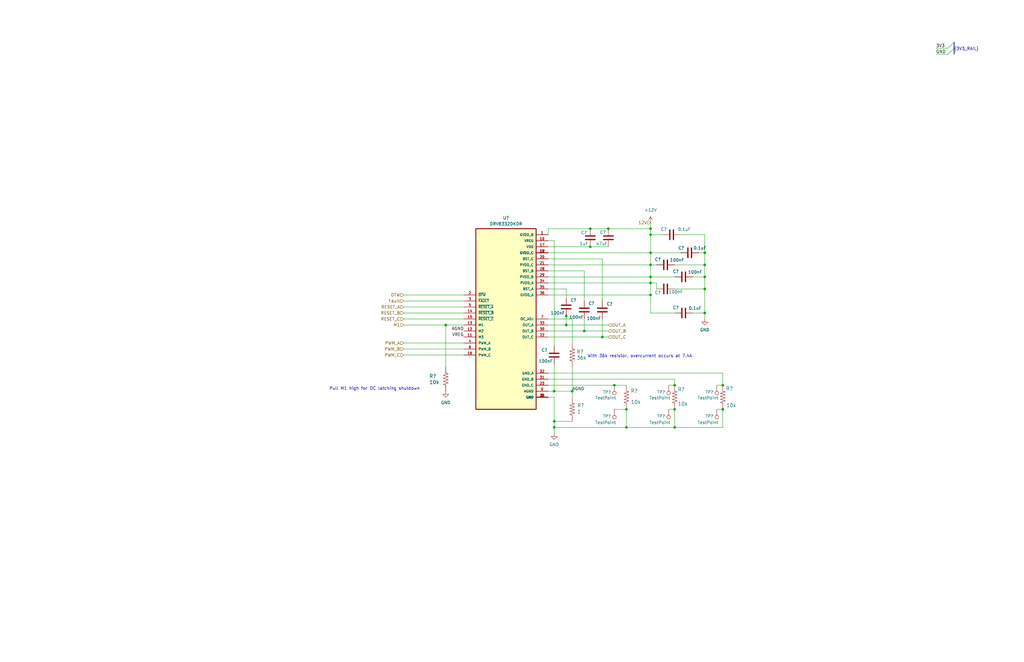
<source format=kicad_sch>
(kicad_sch (version 20230121) (generator eeschema)
  (paper "USLedger")
  (lib_symbols
    (symbol "Connector:TestPoint" (pin_numbers hide) (pin_names (offset 0.762) hide)
      (property "Reference" "TP" (at 0 6.858 0))
      (property "Value" "TestPoint" (at 0 5.08 0))
      (symbol "TestPoint_0_1"
        (circle (center 0 3.302) (radius 0.762))
      )
      (symbol "TestPoint_1_1"
        (pin passive line (at 0 0 90) (length 2.54) (name "1") (number "1"))
      )
    )
    (symbol "Device:C" (pin_numbers hide) (pin_names (offset 0.254))
      (property "Reference" "C" (at 0.635 2.54 0))
      (property "Value" "C" (at 0.635 -2.54 0))
      (symbol "C_0_1"
        (polyline (pts (xy -2.032 -0.762) (xy 2.032 -0.762)) (stroke (width 0.508)))
        (polyline (pts (xy -2.032 0.762) (xy 2.032 0.762)) (stroke (width 0.508)))
      )
      (symbol "C_1_1"
        (pin passive line (at 0 3.81 270) (length 2.794) (name "~") (number "1"))
        (pin passive line (at 0 -3.81 90) (length 2.794) (name "~") (number "2"))
      )
    )
    (symbol "adcs:DRV8332DKDR" (pin_names (offset 1.016))
      (property "Reference" "U" (at -12.7 39.1 0))
      (property "Value" "DRV8332DKDR" (at -12.7 -42.1 0))
      (symbol "DRV8332DKDR_0_0"
        (rectangle (start -12.7 -38.1) (end 12.7 38.1) (stroke (width 0.41)) (fill (type background)))
        (pin power_in line (at 17.78 35.56 180) (length 5.08) (name "GVDD_B") (number "1"))
        (pin power_in line (at 17.78 33.02 180) (length 5.08) (name "VREG") (number "10"))
        (pin input line (at -17.78 -7.62 0) (length 5.08) (name "M3") (number "11"))
        (pin input line (at -17.78 -5.08 0) (length 5.08) (name "M2") (number "12"))
        (pin input line (at -17.78 -2.54 0) (length 5.08) (name "M1") (number "13"))
        (pin input line (at -17.78 2.54 0) (length 5.08) (name "~{RESET_B}") (number "14"))
        (pin input line (at -17.78 0 0) (length 5.08) (name "~{RESET_C}") (number "15"))
        (pin input line (at -17.78 -15.24 0) (length 5.08) (name "PWM_C") (number "16"))
        (pin power_in line (at 17.78 30.48 180) (length 5.08) (name "VDD") (number "17"))
        (pin power_in line (at 17.78 27.94 180) (length 5.08) (name "GVDD_C") (number "18"))
        (pin power_in line (at 17.78 27.94 180) (length 5.08) (name "GVDD_C") (number "19"))
        (pin output line (at -17.78 10.16 0) (length 5.08) (name "~{OTW}") (number "2"))
        (pin power_in line (at 17.78 25.4 180) (length 5.08) (name "BST_C") (number "20"))
        (pin power_in line (at 17.78 22.86 180) (length 5.08) (name "PVDD_C") (number "21"))
        (pin output line (at 17.78 -7.62 180) (length 5.08) (name "OUT_C") (number "22"))
        (pin power_in line (at 17.78 -27.94 180) (length 5.08) (name "GND_C") (number "23"))
        (pin power_in line (at 17.78 -33.02 180) (length 5.08) (name "GND") (number "24"))
        (pin power_in line (at 17.78 -33.02 180) (length 5.08) (name "GND") (number "25"))
        (pin power_in line (at 17.78 20.32 180) (length 5.08) (name "BST_B") (number "28"))
        (pin power_in line (at 17.78 17.78 180) (length 5.08) (name "PVDD_B") (number "29"))
        (pin output line (at -17.78 7.62 0) (length 5.08) (name "~{FAULT}") (number "3"))
        (pin output line (at 17.78 -5.08 180) (length 5.08) (name "OUT_B") (number "30"))
        (pin power_in line (at 17.78 -25.4 180) (length 5.08) (name "GND_B") (number "31"))
        (pin power_in line (at 17.78 -22.86 180) (length 5.08) (name "GND_A") (number "32"))
        (pin output line (at 17.78 -2.54 180) (length 5.08) (name "OUT_A") (number "33"))
        (pin power_in line (at 17.78 15.24 180) (length 5.08) (name "PVDD_A") (number "34"))
        (pin power_in line (at 17.78 12.7 180) (length 5.08) (name "BST_A") (number "35"))
        (pin power_in line (at 17.78 10.16 180) (length 5.08) (name "GVDD_A") (number "36"))
        (pin input line (at -17.78 -10.16 0) (length 5.08) (name "PWM_A") (number "4"))
        (pin input line (at -17.78 5.08 0) (length 5.08) (name "~{RESET_A}") (number "5"))
        (pin input line (at -17.78 -12.7 0) (length 5.08) (name "PWM_B") (number "6"))
        (pin output line (at 17.78 0 180) (length 5.08) (name "OC_ADJ") (number "7"))
        (pin power_in line (at 17.78 -33.02 180) (length 5.08) (name "GND") (number "8"))
        (pin power_in line (at 17.78 -30.48 180) (length 5.08) (name "AGND") (number "9"))
      )
    )
    (symbol "power:+12V" (power) (pin_names (offset 0))
      (property "Value" "+12V" (at 0 3.556 0))
      (symbol "+12V_0_1"
        (polyline (pts (xy -0.762 1.27) (xy 0 2.54)))
        (polyline (pts (xy 0 0) (xy 0 2.54)))
        (polyline (pts (xy 0 2.54) (xy 0.762 1.27)))
      )
      (symbol "+12V_1_1"
        (pin power_in line (at 0 0 90) (length 0) hide (name "+12V") (number "1"))
      )
    )
    (symbol "power:GND" (power) (pin_names (offset 0))
      (property "Value" "GND" (at 0 -3.81 0))
      (symbol "GND_0_1"
        (polyline (pts (xy 0 0) (xy 0 -1.27) (xy 1.27 -1.27) (xy 0 -2.54) (xy -1.27 -1.27) (xy 0 -1.27)))
      )
      (symbol "GND_1_1"
        (pin power_in line (at 0 0 270) (length 0) hide (name "GND") (number "1"))
      )
    )
    (symbol "pycubed_mainboard:R-US_R0603" (pin_names (offset 1.016))
      (property "Reference" "R" (at -3.81 1.4986 0))
      (property "Value" "R-US_R0603" (at -3.81 -3.302 0))
      (symbol "R-US_R0603_1_0"
        (polyline (pts (xy -2.54 0) (xy -2.159 1.016)))
        (polyline (pts (xy -2.159 1.016) (xy -1.524 -1.016)))
        (polyline (pts (xy -1.524 -1.016) (xy -0.889 1.016)))
        (polyline (pts (xy -0.889 1.016) (xy -0.254 -1.016)))
        (polyline (pts (xy -0.254 -1.016) (xy 0.381 1.016)))
        (polyline (pts (xy 0.381 1.016) (xy 1.016 -1.016)))
        (polyline (pts (xy 1.016 -1.016) (xy 1.651 1.016)))
        (polyline (pts (xy 1.651 1.016) (xy 2.286 -1.016)))
        (polyline (pts (xy 2.286 -1.016) (xy 2.54 0)))
        (pin passive line (at -5.08 0 0) (length 2.54) (name "1") (number "1"))
        (pin passive line (at 5.08 0 180) (length 2.54) (name "2") (number "2"))
      )
    )
  )
  (junction (at 256.54 96.52))
  (junction (at 238.76 137.16))
  (junction (at 274.32 116.84))
  (junction (at 246.38 139.7))
  (junction (at 274.32 99.06))
  (junction (at 238.76 133.35))
  (junction (at 297.18 132.08))
  (junction (at 284.48 172.72))
  (junction (at 274.32 124.46))
  (junction (at 304.8 162.56))
  (junction (at 274.32 106.68))
  (junction (at 274.32 111.76))
  (junction (at 248.92 104.14))
  (junction (at 233.68 180.34))
  (junction (at 304.8 172.72))
  (junction (at 274.32 119.38))
  (junction (at 297.18 121.92))
  (junction (at 241.3 165.1))
  (junction (at 254 142.24))
  (junction (at 284.48 162.56))
  (junction (at 297.18 111.76))
  (junction (at 248.92 96.52))
  (junction (at 233.68 177.8))
  (junction (at 259.08 162.56))
  (junction (at 233.68 165.1))
  (junction (at 284.48 180.34))
  (junction (at 297.18 116.84))
  (junction (at 274.32 96.52))
  (junction (at 264.16 172.72))
  (junction (at 264.16 180.34))
  (junction (at 297.18 106.68))
  (junction (at 187.96 137.16))
  (bus_entry (at 402.336 20.32) (size -2.54 2.54))
  (bus_entry (at 402.336 17.78) (size -2.54 2.54))
  (wire (pts (xy 246.38 139.7) (xy 256.54 139.7)))
  (wire (pts (xy 304.8 157.48) (xy 304.8 162.56)))
  (wire (pts (xy 302.26 172.72) (xy 304.8 172.72)))
  (wire (pts (xy 170.18 127) (xy 195.58 127)))
  (wire (pts (xy 231.14 109.22) (xy 254 109.22)))
  (wire (pts (xy 254 134.62) (xy 254 142.24)))
  (wire (pts (xy 394.716 20.32) (xy 399.796 20.32)))
  (wire (pts (xy 256.54 96.52) (xy 274.32 96.52)))
  (wire (pts (xy 274.32 119.38) (xy 274.32 124.46)))
  (wire (pts (xy 248.92 96.52) (xy 256.54 96.52)))
  (wire (pts (xy 233.68 180.34) (xy 233.68 182.88)))
  (wire (pts (xy 287.02 99.06) (xy 297.18 99.06)))
  (wire (pts (xy 297.18 121.92) (xy 297.18 132.08)))
  (wire (pts (xy 297.18 132.08) (xy 297.18 134.62)))
  (wire (pts (xy 281.94 172.72) (xy 284.48 172.72)))
  (wire (pts (xy 274.32 93.98) (xy 274.32 96.52)))
  (wire (pts (xy 294.64 106.68) (xy 297.18 106.68)))
  (wire (pts (xy 231.14 121.92) (xy 238.76 121.92)))
  (wire (pts (xy 297.18 116.84) (xy 297.18 121.92)))
  (wire (pts (xy 246.38 114.3) (xy 246.38 127)))
  (wire (pts (xy 231.14 142.24) (xy 254 142.24)))
  (wire (pts (xy 297.18 111.76) (xy 297.18 116.84)))
  (wire (pts (xy 274.32 111.76) (xy 274.32 116.84)))
  (wire (pts (xy 292.1 116.84) (xy 297.18 116.84)))
  (wire (pts (xy 274.32 106.68) (xy 287.02 106.68)))
  (wire (pts (xy 292.1 132.08) (xy 297.18 132.08)))
  (wire (pts (xy 284.48 116.84) (xy 274.32 116.84)))
  (wire (pts (xy 274.32 106.68) (xy 274.32 111.76)))
  (wire (pts (xy 231.14 106.68) (xy 274.32 106.68)))
  (wire (pts (xy 231.14 124.46) (xy 274.32 124.46)))
  (wire (pts (xy 284.48 162.56) (xy 281.94 162.56)))
  (wire (pts (xy 231.14 165.1) (xy 233.68 165.1)))
  (wire (pts (xy 274.32 116.84) (xy 274.32 119.38)))
  (wire (pts (xy 297.18 106.68) (xy 297.18 111.76)))
  (wire (pts (xy 297.18 99.06) (xy 297.18 106.68)))
  (wire (pts (xy 187.96 137.16) (xy 187.96 154.94)))
  (wire (pts (xy 231.14 114.3) (xy 246.38 114.3)))
  (wire (pts (xy 231.14 134.62) (xy 241.3 134.62)))
  (wire (pts (xy 231.14 104.14) (xy 248.92 104.14)))
  (wire (pts (xy 231.14 157.48) (xy 304.8 157.48)))
  (wire (pts (xy 233.68 177.8) (xy 233.68 180.34)))
  (wire (pts (xy 274.32 132.08) (xy 284.48 132.08)))
  (wire (pts (xy 264.16 180.34) (xy 233.68 180.34)))
  (wire (pts (xy 284.48 160.02) (xy 284.48 162.56)))
  (wire (pts (xy 233.68 167.64) (xy 233.68 177.8)))
  (wire (pts (xy 233.68 165.1) (xy 241.3 165.1)))
  (wire (pts (xy 241.3 134.62) (xy 241.3 144.78)))
  (wire (pts (xy 231.14 162.56) (xy 259.08 162.56)))
  (wire (pts (xy 231.14 139.7) (xy 246.38 139.7)))
  (wire (pts (xy 284.48 172.72) (xy 284.48 180.34)))
  (wire (pts (xy 254 109.22) (xy 254 127)))
  (wire (pts (xy 170.18 134.62) (xy 195.58 134.62)))
  (wire (pts (xy 233.68 153.67) (xy 233.68 165.1)))
  (wire (pts (xy 231.14 116.84) (xy 274.32 116.84)))
  (wire (pts (xy 274.32 99.06) (xy 274.32 106.68)))
  (wire (pts (xy 274.32 96.52) (xy 274.32 99.06)))
  (wire (pts (xy 254 142.24) (xy 256.54 142.24)))
  (wire (pts (xy 170.18 147.32) (xy 195.58 147.32)))
  (bus (pts (xy 402.336 20.32) (xy 402.336 22.86)))
  (wire (pts (xy 187.96 137.16) (xy 195.58 137.16)))
  (wire (pts (xy 231.14 96.52) (xy 248.92 96.52)))
  (wire (pts (xy 241.3 165.1) (xy 241.3 167.64)))
  (wire (pts (xy 284.48 121.92) (xy 297.18 121.92)))
  (wire (pts (xy 284.48 180.34) (xy 264.16 180.34)))
  (wire (pts (xy 170.18 137.16) (xy 187.96 137.16)))
  (wire (pts (xy 233.68 177.8) (xy 241.3 177.8)))
  (wire (pts (xy 276.86 121.92) (xy 276.86 119.38)))
  (wire (pts (xy 233.68 167.64) (xy 231.14 167.64)))
  (wire (pts (xy 170.18 129.54) (xy 195.58 129.54)))
  (wire (pts (xy 238.76 132.08) (xy 238.76 133.35)))
  (wire (pts (xy 170.18 149.86) (xy 195.58 149.86)))
  (wire (pts (xy 304.8 162.56) (xy 302.26 162.56)))
  (wire (pts (xy 238.76 121.92) (xy 238.76 125.73)))
  (wire (pts (xy 238.76 137.16) (xy 256.54 137.16)))
  (wire (pts (xy 170.18 144.78) (xy 195.58 144.78)))
  (wire (pts (xy 284.48 111.76) (xy 297.18 111.76)))
  (wire (pts (xy 274.32 119.38) (xy 276.86 119.38)))
  (wire (pts (xy 259.08 172.72) (xy 264.16 172.72)))
  (bus (pts (xy 402.336 17.78) (xy 402.336 20.32)))
  (wire (pts (xy 233.68 101.6) (xy 231.14 101.6)))
  (wire (pts (xy 246.38 139.7) (xy 246.38 134.62)))
  (wire (pts (xy 274.32 99.06) (xy 279.4 99.06)))
  (wire (pts (xy 231.14 119.38) (xy 274.32 119.38)))
  (wire (pts (xy 241.3 154.94) (xy 241.3 165.1)))
  (wire (pts (xy 304.8 180.34) (xy 284.48 180.34)))
  (wire (pts (xy 170.18 132.08) (xy 195.58 132.08)))
  (wire (pts (xy 264.16 162.56) (xy 259.08 162.56)))
  (wire (pts (xy 394.716 22.86) (xy 399.796 22.86)))
  (wire (pts (xy 231.14 160.02) (xy 284.48 160.02)))
  (wire (pts (xy 274.32 124.46) (xy 274.32 132.08)))
  (wire (pts (xy 231.14 137.16) (xy 238.76 137.16)))
  (wire (pts (xy 233.68 101.6) (xy 233.68 146.05)))
  (wire (pts (xy 276.86 111.76) (xy 274.32 111.76)))
  (wire (pts (xy 304.8 172.72) (xy 304.8 180.34)))
  (wire (pts (xy 264.16 172.72) (xy 264.16 180.34)))
  (wire (pts (xy 231.14 111.76) (xy 274.32 111.76)))
  (wire (pts (xy 248.92 104.14) (xy 256.54 104.14)))
  (wire (pts (xy 231.14 96.52) (xy 231.14 99.06)))
  (wire (pts (xy 170.18 124.46) (xy 195.58 124.46)))
  (wire (pts (xy 238.76 133.35) (xy 238.76 137.16)))
  (text "With 36k resistor, overcurrent occurs at 7.4A" (at 247.6754 151.1046 0) (effects (font (size 1.27 1.27)) (justify left bottom)))
  (text "Pull M1 high for OC latching shutdown" (at 177.0634 164.8206 0) (effects (font (size 1.27 1.27)) (justify right bottom)))
  (label "AGND" (at 195.58 139.7 180))
  (label "VREG" (at 195.58 142.24 180))
  (label "GND" (at 394.716 22.86 0))
  (label "3V3" (at 394.716 20.32 0))
  (label "AGND" (at 241.3 165.1 0))
  (label "{3V3_RAIL}" (at 402.336 21.59 0))
  (hierarchical_label "OUT_C" (shape input) (at 256.54 142.24 0))
  (hierarchical_label "Fault" (shape input) (at 170.18 127 180))
  (hierarchical_label "12V" (shape input) (at 274.32 93.98 180))
  (hierarchical_label "RESET_C" (shape input) (at 170.18 134.62 180))
  (hierarchical_label "OUT_B" (shape input) (at 256.54 139.7 0))
  (hierarchical_label "RESET_B" (shape input) (at 170.18 132.08 180))
  (hierarchical_label "PWM_C" (shape input) (at 170.18 149.86 180))
  (hierarchical_label "OTW" (shape input) (at 170.18 124.46 180))
  (hierarchical_label "PWM_A" (shape input) (at 170.18 144.78 180))
  (hierarchical_label "PWM_B" (shape input) (at 170.18 147.32 180))
  (hierarchical_label "OUT_A" (shape input) (at 256.54 137.16 0))
  (hierarchical_label "M1" (shape input) (at 170.18 137.16 180))
  (hierarchical_label "RESET_A" (shape input) (at 170.18 129.54 180))
  (symbol (lib_id "pycubed_mainboard:R-US_R0603") (at 264.16 167.64 90) (unit 1)
    (property "Reference" "R?" (at 265.938 164.973 90) (effects (font (size 1.4986 1.4986)) (justify right)))
    (property "Value" "10k" (at 265.938 169.672 90) (effects (font (size 1.4986 1.4986)) (justify right)))
  )
  (symbol (lib_id "Device:C") (at 246.38 130.81 180) (unit 1)
    (property "Reference" "C?" (at 249.428 128.016 0))
    (property "Value" "100nF" (at 243.078 133.858 0))
  )
  (symbol (lib_id "power:GND") (at 233.68 182.88 0) (unit 1)
    (property "Reference" "#PWR?" (effects hide))
    (property "Value" "GND" (at 233.68 187.579 0))
  )
  (symbol (lib_id "Connector:TestPoint") (at 281.94 172.72 180) (unit 1)
    (property "Reference" "TP?" (at 280.543 175.6605 0) (effects (justify left)))
    (property "Value" "TestPoint" (at 282.702 178.308 0) (effects (justify left)))
    (property "Footprint" "TestPoint:TestPoint_Pad_D1.0mm" (effects hide))
  )
  (symbol (lib_id "pycubed_mainboard:R-US_R0603") (at 284.48 167.64 90) (unit 1)
    (property "Reference" "R?" (at 285.75 164.338 90) (effects (font (size 1.4986 1.4986)) (justify right)))
    (property "Value" "10k" (at 285.75 170.434 90) (effects (font (size 1.4986 1.4986)) (justify right)))
  )
  (symbol (lib_id "power:GND") (at 297.18 134.62 0) (unit 1)
    (property "Reference" "#PWR?" (effects hide))
    (property "Value" "GND" (at 297.18 139.192 0))
  )
  (symbol (lib_id "pycubed_mainboard:R-US_R0603") (at 241.3 149.86 90) (unit 1)
    (property "Reference" "R?" (at 243.078 148.463 90) (effects (font (size 1.4986 1.4986)) (justify right)))
    (property "Value" "36k" (at 243.078 151.003 90) (effects (font (size 1.4986 1.4986)) (justify right)))
  )
  (symbol (lib_id "Connector:TestPoint") (at 302.26 162.56 180) (unit 1)
    (property "Reference" "TP?" (at 300.863 165.5005 0) (effects (justify left)))
    (property "Value" "TestPoint" (at 303.022 167.894 0) (effects (justify left)))
    (property "Footprint" "TestPoint:TestPoint_Pad_D1.0mm" (effects hide))
  )
  (symbol (lib_id "Connector:TestPoint") (at 302.26 172.72 180) (unit 1)
    (property "Reference" "TP?" (at 300.863 175.6605 0) (effects (justify left)))
    (property "Value" "TestPoint" (at 303.022 178.308 0) (effects (justify left)))
    (property "Footprint" "TestPoint:TestPoint_Pad_D1.0mm" (effects hide))
  )
  (symbol (lib_id "Device:C") (at 283.21 99.06 90) (unit 1)
    (property "Reference" "C?" (at 279.908 96.774 90))
    (property "Value" "0.1uF" (at 288.544 96.774 90))
  )
  (symbol (lib_id "adcs:DRV8332DKDR") (at 213.36 134.62 0) (unit 1)
    (property "Reference" "U?" (at 213.36 91.948 0))
    (property "Value" "DRV8332DKDR" (at 213.36 94.488 0))
    (property "Footprint" "DRV8332DKDR:SOP65P1420X360-36N" (effects hide))
    (property "MF" "Texas Instruments" (effects hide))
    (property "Description" "\n70-V max, 9.7A peak 3-phase motor driver with heatsink connection\n" (effects hide))
    (property "Package" "HSSOP-36 Texas Instruments" (effects hide))
    (property "Price" "None" (effects hide))
    (property "SnapEDA_Link" "https://www.snapeda.com/parts/DRV8332DKDR/Texas+Instruments/view-part/?ref=snap" (effects hide))
    (property "MP" "DRV8332DKDR" (effects hide))
    (property "Purchase-URL" "https://www.snapeda.com/api/url_track_click_mouser/?unipart_id=44976&manufacturer=Texas Instruments&part_name=DRV8332DKDR&search_term=None" (effects hide))
    (property "Availability" "In Stock" (effects hide))
    (property "Check_prices" "https://www.snapeda.com/parts/DRV8332DKDR/Texas+Instruments/view-part/?ref=eda" (effects hide))
  )
  (symbol (lib_id "Device:C") (at 256.54 100.33 180) (unit 1)
    (property "Reference" "C?" (at 254.254 98.044 0))
    (property "Value" "47uF" (at 253.746 102.87 0))
  )
  (symbol (lib_id "Device:C") (at 233.68 149.86 180) (unit 1)
    (property "Reference" "C?" (at 229.616 147.701 0))
    (property "Value" "100nF" (at 230.124 152.4 0))
  )
  (symbol (lib_id "Connector:TestPoint") (at 259.08 172.72 180) (unit 1)
    (property "Reference" "TP?" (at 257.683 175.6605 0) (effects (justify left)))
    (property "Value" "TestPoint" (at 259.842 178.308 0) (effects (justify left)))
    (property "Footprint" "TestPoint:TestPoint_Pad_D1.0mm" (effects hide))
  )
  (symbol (lib_id "pycubed_mainboard:R-US_R0603") (at 304.8 167.64 90) (unit 1)
    (property "Reference" "R?" (at 306.07 163.957 90) (effects (font (size 1.4986 1.4986)) (justify right)))
    (property "Value" "10k" (at 306.197 171.069 90) (effects (font (size 1.4986 1.4986)) (justify right)))
  )
  (symbol (lib_id "Device:C") (at 288.29 116.84 90) (unit 1)
    (property "Reference" "C?" (at 284.988 114.554 90))
    (property "Value" "100nF" (at 293.116 114.808 90))
  )
  (symbol (lib_id "pycubed_mainboard:R-US_R0603") (at 187.96 160.02 90) (unit 1)
    (property "Reference" "R?" (at 180.975 158.75 90) (effects (font (size 1.4986 1.4986)) (justify right)))
    (property "Value" "10k" (at 180.975 161.29 90) (effects (font (size 1.4986 1.4986)) (justify right)))
  )
  (symbol (lib_id "Connector:TestPoint") (at 259.08 162.56 180) (unit 1)
    (property "Reference" "TP?" (at 257.683 165.5005 0) (effects (justify left)))
    (property "Value" "TestPoint" (at 259.842 167.894 0) (effects (justify left)))
    (property "Footprint" "TestPoint:TestPoint_Pad_D1.0mm" (effects hide))
  )
  (symbol (lib_id "pycubed_mainboard:R-US_R0603") (at 241.3 172.72 90) (unit 1)
    (property "Reference" "R?" (at 243.332 171.069 90) (effects (font (size 1.4986 1.4986)) (justify right)))
    (property "Value" "1" (at 243.332 173.736 90) (effects (font (size 1.4986 1.4986)) (justify right)))
  )
  (symbol (lib_id "Device:C") (at 238.76 129.54 180) (unit 1)
    (property "Reference" "C?" (at 241.808 126.746 0))
    (property "Value" "100nF" (at 235.204 132.08 0))
  )
  (symbol (lib_id "Device:C") (at 280.67 121.92 90) (unit 1)
    (property "Reference" "C?" (at 277.368 123.444 90))
    (property "Value" "100nF" (at 284.988 123.19 90))
  )
  (symbol (lib_id "Device:C") (at 254 130.81 180) (unit 1)
    (property "Reference" "C?" (at 257.048 128.27 0))
    (property "Value" "100nF" (at 250.444 134.366 0))
  )
  (symbol (lib_id "power:+12V") (at 274.32 93.98 0) (unit 1)
    (property "Reference" "#PWR?" (effects hide))
    (property "Value" "+12V" (at 274.32 88.646 0))
  )
  (symbol (lib_id "Connector:TestPoint") (at 281.94 162.56 180) (unit 1)
    (property "Reference" "TP?" (at 280.543 165.5005 0) (effects (justify left)))
    (property "Value" "TestPoint" (at 282.702 167.894 0) (effects (justify left)))
    (property "Footprint" "TestPoint:TestPoint_Pad_D1.0mm" (effects hide))
  )
  (symbol (lib_id "Device:C") (at 288.29 132.08 90) (unit 1)
    (property "Reference" "C?" (at 284.988 129.794 90))
    (property "Value" "0.1uF" (at 293.116 130.048 90))
  )
  (symbol (lib_id "Device:C") (at 280.67 111.76 90) (unit 1)
    (property "Reference" "C?" (at 277.368 109.474 90))
    (property "Value" "100nF" (at 285.496 109.728 90))
  )
  (symbol (lib_id "power:GND") (at 187.96 165.1 0) (unit 1)
    (property "Reference" "#PWR?" (effects hide))
    (property "Value" "GND" (at 187.96 169.926 0))
  )
  (symbol (lib_id "Device:C") (at 248.92 100.33 180) (unit 1)
    (property "Reference" "C?" (at 246.253 98.171 0))
    (property "Value" "1uF" (at 246.253 102.87 0))
  )
  (symbol (lib_id "Device:C") (at 290.83 106.68 90) (unit 1)
    (property "Reference" "C?" (at 287.274 104.648 90))
    (property "Value" "0.1uF" (at 295.148 104.648 90))
  )
)
</source>
